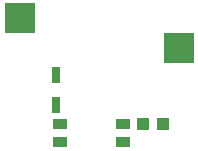
<source format=gbr>
G04 EAGLE Gerber RS-274X export*
G75*
%MOMM*%
%FSLAX34Y34*%
%LPD*%
%INSolderpaste Top*%
%IPPOS*%
%AMOC8*
5,1,8,0,0,1.08239X$1,22.5*%
G01*
%ADD10R,2.550000X2.500000*%
%ADD11R,1.200000X0.900000*%
%ADD12R,0.800000X1.350000*%
%ADD13R,1.075000X1.000000*%


D10*
X34350Y146050D03*
X168850Y120250D03*
D11*
X121750Y55760D03*
X121750Y40760D03*
X68750Y55760D03*
X68750Y40760D03*
D12*
X64770Y72390D03*
X64770Y97790D03*
D13*
X138820Y55880D03*
X155820Y55880D03*
M02*

</source>
